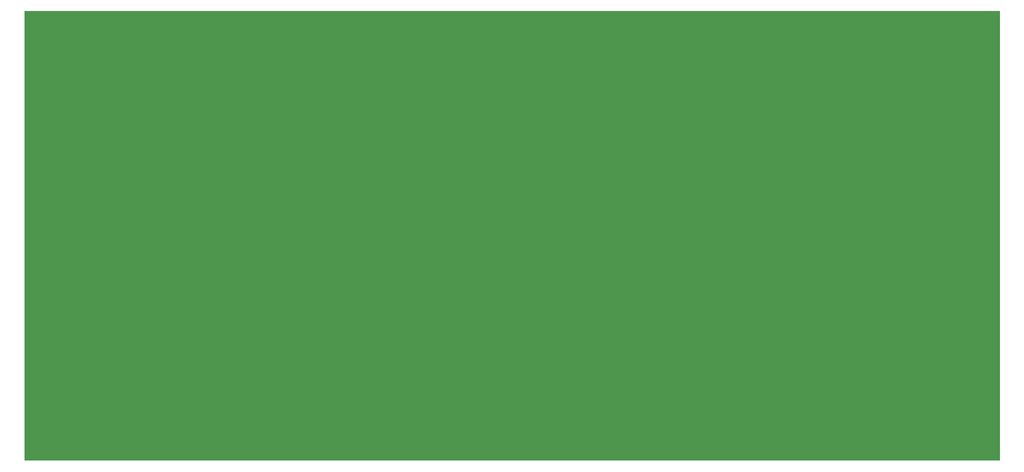
<source format=gbl>
G04 DipTrace 3.0.0.2*
G04 Power_Board.GBL*
%MOIN*%
G04 #@! TF.FileFunction,Drawing,Board polygon*
G04 #@! TF.Part,Single*
%FSLAX26Y26*%
G04*
G70*
G90*
G75*
G01*
G04 BoardPoly*
%LPD*%
G36*
X393701Y393701D2*
X6893701D1*
Y3393701D1*
X393701D1*
Y393701D1*
G37*
M02*

</source>
